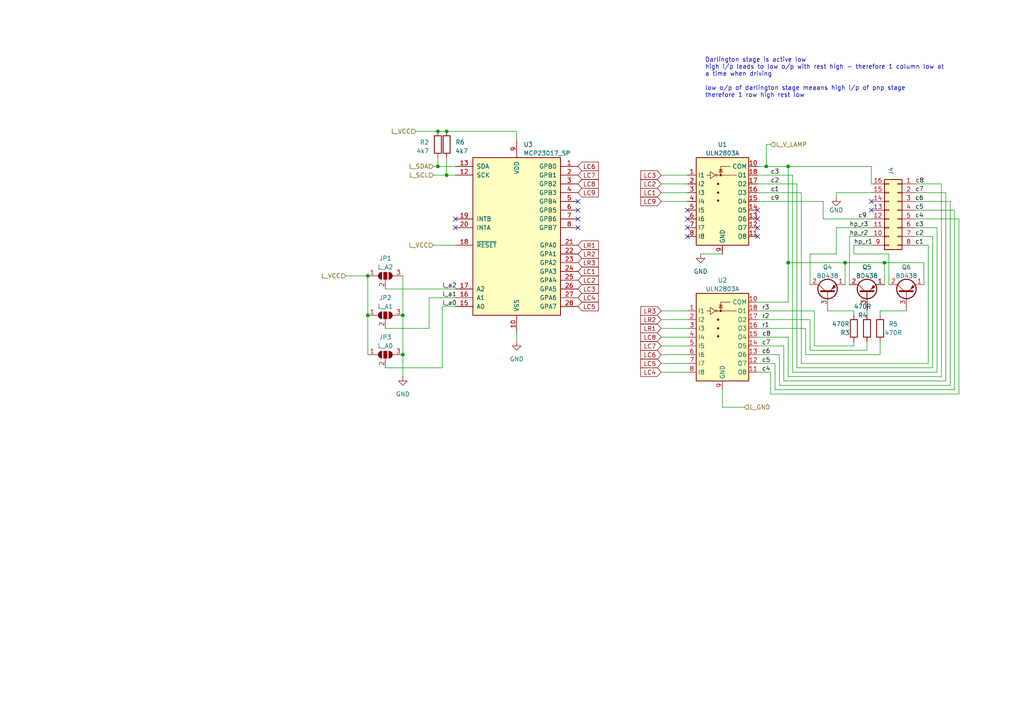
<source format=kicad_sch>
(kicad_sch (version 20230121) (generator eeschema)
  (paper "A4")
  (lib_symbols
    (symbol "Connector_Generic:Conn_02x08_Counter_Clockwise" (pin_names (offset 1.016) hide)
      (property "Reference" "J" (at 1.27 10.16 0))
      (property "Value" "Conn_02x08_Counter_Clockwise" (at 1.27 -12.7 0))
      (symbol "Conn_02x08_Counter_Clockwise_1_1"
        (rectangle (start -1.27 -10.033) (end 0 -10.287) (stroke (width 0.1524)))
        (rectangle (start -1.27 -7.493) (end 0 -7.747) (stroke (width 0.1524)))
        (rectangle (start -1.27 -4.953) (end 0 -5.207) (stroke (width 0.1524)))
        (rectangle (start -1.27 -2.413) (end 0 -2.667) (stroke (width 0.1524)))
        (rectangle (start -1.27 0.127) (end 0 -0.127) (stroke (width 0.1524)))
        (rectangle (start -1.27 2.667) (end 0 2.413) (stroke (width 0.1524)))
        (rectangle (start -1.27 5.207) (end 0 4.953) (stroke (width 0.1524)))
        (rectangle (start -1.27 7.747) (end 0 7.493) (stroke (width 0.1524)))
        (rectangle (start -1.27 8.89) (end 3.81 -11.43) (stroke (width 0.254)) (fill (type background)))
        (rectangle (start 3.81 -10.033) (end 2.54 -10.287) (stroke (width 0.1524)))
        (rectangle (start 3.81 -7.493) (end 2.54 -7.747) (stroke (width 0.1524)))
        (rectangle (start 3.81 -4.953) (end 2.54 -5.207) (stroke (width 0.1524)))
        (rectangle (start 3.81 -2.413) (end 2.54 -2.667) (stroke (width 0.1524)))
        (rectangle (start 3.81 0.127) (end 2.54 -0.127) (stroke (width 0.1524)))
        (rectangle (start 3.81 2.667) (end 2.54 2.413) (stroke (width 0.1524)))
        (rectangle (start 3.81 5.207) (end 2.54 4.953) (stroke (width 0.1524)))
        (rectangle (start 3.81 7.747) (end 2.54 7.493) (stroke (width 0.1524)))
        (pin passive line (at -5.08 7.62 0) (length 3.81) (name "Pin_1") (number "1"))
        (pin passive line (at 7.62 -7.62 180) (length 3.81) (name "Pin_10") (number "10"))
        (pin passive line (at 7.62 -5.08 180) (length 3.81) (name "Pin_11") (number "11"))
        (pin passive line (at 7.62 -2.54 180) (length 3.81) (name "Pin_12") (number "12"))
        (pin passive line (at 7.62 0 180) (length 3.81) (name "Pin_13") (number "13"))
        (pin passive line (at 7.62 2.54 180) (length 3.81) (name "Pin_14") (number "14"))
        (pin passive line (at 7.62 5.08 180) (length 3.81) (name "Pin_15") (number "15"))
        (pin passive line (at 7.62 7.62 180) (length 3.81) (name "Pin_16") (number "16"))
        (pin passive line (at -5.08 5.08 0) (length 3.81) (name "Pin_2") (number "2"))
        (pin passive line (at -5.08 2.54 0) (length 3.81) (name "Pin_3") (number "3"))
        (pin passive line (at -5.08 0 0) (length 3.81) (name "Pin_4") (number "4"))
        (pin passive line (at -5.08 -2.54 0) (length 3.81) (name "Pin_5") (number "5"))
        (pin passive line (at -5.08 -5.08 0) (length 3.81) (name "Pin_6") (number "6"))
        (pin passive line (at -5.08 -7.62 0) (length 3.81) (name "Pin_7") (number "7"))
        (pin passive line (at -5.08 -10.16 0) (length 3.81) (name "Pin_8") (number "8"))
        (pin passive line (at 7.62 -10.16 180) (length 3.81) (name "Pin_9") (number "9"))
      )
    )
    (symbol "Device:R" (pin_numbers hide) (pin_names (offset 0))
      (property "Reference" "R" (at 2.032 0 90))
      (property "Value" "R" (at 0 0 90))
      (symbol "R_0_1"
        (rectangle (start -1.016 -2.54) (end 1.016 2.54) (stroke (width 0.254)))
      )
      (symbol "R_1_1"
        (pin passive line (at 0 3.81 270) (length 1.27) (name "~") (number "1"))
        (pin passive line (at 0 -3.81 90) (length 1.27) (name "~") (number "2"))
      )
    )
    (symbol "Interface_Expansion:MCP23017_SP" (pin_names (offset 1.016))
      (property "Reference" "U" (at -11.43 24.13 0))
      (property "Value" "MCP23017_SP" (at 0 0 0))
      (symbol "MCP23017_SP_0_1"
        (rectangle (start -12.7 22.86) (end 12.7 -22.86) (stroke (width 0.254)) (fill (type background)))
      )
      (symbol "MCP23017_SP_1_1"
        (pin bidirectional line (at 17.78 20.32 180) (length 5.08) (name "GPB0") (number "1"))
        (pin power_in line (at 0 -27.94 90) (length 5.08) (name "VSS") (number "10"))
        (pin no_connect line (at -12.7 15.24 0) (length 5.08) hide (name "NC") (number "11"))
        (pin input line (at -17.78 17.78 0) (length 5.08) (name "SCK") (number "12"))
        (pin bidirectional line (at -17.78 20.32 0) (length 5.08) (name "SDA") (number "13"))
        (pin no_connect line (at -12.7 12.7 0) (length 5.08) hide (name "NC") (number "14"))
        (pin input line (at -17.78 -20.32 0) (length 5.08) (name "A0") (number "15"))
        (pin input line (at -17.78 -17.78 0) (length 5.08) (name "A1") (number "16"))
        (pin input line (at -17.78 -15.24 0) (length 5.08) (name "A2") (number "17"))
        (pin input line (at -17.78 -2.54 0) (length 5.08) (name "~{RESET}") (number "18"))
        (pin tri_state line (at -17.78 5.08 0) (length 5.08) (name "INTB") (number "19"))
        (pin bidirectional line (at 17.78 17.78 180) (length 5.08) (name "GPB1") (number "2"))
        (pin tri_state line (at -17.78 2.54 0) (length 5.08) (name "INTA") (number "20"))
        (pin bidirectional line (at 17.78 -2.54 180) (length 5.08) (name "GPA0") (number "21"))
        (pin bidirectional line (at 17.78 -5.08 180) (length 5.08) (name "GPA1") (number "22"))
        (pin bidirectional line (at 17.78 -7.62 180) (length 5.08) (name "GPA2") (number "23"))
        (pin bidirectional line (at 17.78 -10.16 180) (length 5.08) (name "GPA3") (number "24"))
        (pin bidirectional line (at 17.78 -12.7 180) (length 5.08) (name "GPA4") (number "25"))
        (pin bidirectional line (at 17.78 -15.24 180) (length 5.08) (name "GPA5") (number "26"))
        (pin bidirectional line (at 17.78 -17.78 180) (length 5.08) (name "GPA6") (number "27"))
        (pin bidirectional line (at 17.78 -20.32 180) (length 5.08) (name "GPA7") (number "28"))
        (pin bidirectional line (at 17.78 15.24 180) (length 5.08) (name "GPB2") (number "3"))
        (pin bidirectional line (at 17.78 12.7 180) (length 5.08) (name "GPB3") (number "4"))
        (pin bidirectional line (at 17.78 10.16 180) (length 5.08) (name "GPB4") (number "5"))
        (pin bidirectional line (at 17.78 7.62 180) (length 5.08) (name "GPB5") (number "6"))
        (pin bidirectional line (at 17.78 5.08 180) (length 5.08) (name "GPB6") (number "7"))
        (pin bidirectional line (at 17.78 2.54 180) (length 5.08) (name "GPB7") (number "8"))
        (pin power_in line (at 0 27.94 270) (length 5.08) (name "VDD") (number "9"))
      )
    )
    (symbol "Jumper:SolderJumper_3_Open" (pin_names (offset 0) hide)
      (property "Reference" "JP" (at -2.54 -2.54 0))
      (property "Value" "SolderJumper_3_Open" (at 0 2.794 0))
      (symbol "SolderJumper_3_Open_0_1"
        (arc (start -1.016 1.016) (mid -2.0276 0) (end -1.016 -1.016))
        (arc (start -1.016 1.016) (mid -2.0276 0) (end -1.016 -1.016) (fill (type outline)))
        (rectangle (start -0.508 1.016) (end 0.508 -1.016) (fill (type outline)))
        (polyline (pts (xy -2.54 0) (xy -2.032 0)))
        (polyline (pts (xy -1.016 1.016) (xy -1.016 -1.016)))
        (polyline (pts (xy 0 -1.27) (xy 0 -1.016)))
        (polyline (pts (xy 1.016 1.016) (xy 1.016 -1.016)))
        (polyline (pts (xy 2.54 0) (xy 2.032 0)))
        (arc (start 1.016 -1.016) (mid 2.0276 0) (end 1.016 1.016))
        (arc (start 1.016 -1.016) (mid 2.0276 0) (end 1.016 1.016) (fill (type outline)))
      )
      (symbol "SolderJumper_3_Open_1_1"
        (pin passive line (at -5.08 0 0) (length 2.54) (name "A") (number "1"))
        (pin passive line (at 0 -3.81 90) (length 2.54) (name "C") (number "2"))
        (pin passive line (at 5.08 0 180) (length 2.54) (name "B") (number "3"))
      )
    )
    (symbol "Transistor_Array:ULN2803A"
      (property "Reference" "U" (at 0 13.335 0))
      (property "Value" "ULN2803A" (at 0 11.43 0))
      (symbol "ULN2803A_0_1"
        (rectangle (start -7.62 -15.24) (end 7.62 10.16) (stroke (width 0.254)) (fill (type background)))
        (circle (center -1.778 5.08) (radius 0.254))
        (circle (center -1.27 -2.286) (radius 0.254) (fill (type outline)))
        (circle (center -1.27 0) (radius 0.254) (fill (type outline)))
        (circle (center -1.27 2.54) (radius 0.254) (fill (type outline)))
        (circle (center -0.508 5.08) (radius 0.254) (fill (type outline)))
        (polyline (pts (xy -4.572 5.08) (xy -3.556 5.08)))
        (polyline (pts (xy -1.524 5.08) (xy 4.064 5.08)))
        (polyline (pts (xy 0 6.731) (xy -1.016 6.731)))
        (polyline (pts (xy -0.508 5.08) (xy -0.508 7.62) (xy 2.286 7.62)))
        (polyline (pts (xy -3.556 6.096) (xy -3.556 4.064) (xy -2.032 5.08) (xy -3.556 6.096)))
        (polyline (pts (xy 0 5.969) (xy -1.016 5.969) (xy -0.508 6.731) (xy 0 5.969)))
      )
      (symbol "ULN2803A_1_1"
        (pin input line (at -10.16 5.08 0) (length 2.54) (name "I1") (number "1"))
        (pin passive line (at 10.16 7.62 180) (length 2.54) (name "COM") (number "10"))
        (pin open_collector line (at 10.16 -12.7 180) (length 2.54) (name "O8") (number "11"))
        (pin open_collector line (at 10.16 -10.16 180) (length 2.54) (name "O7") (number "12"))
        (pin open_collector line (at 10.16 -7.62 180) (length 2.54) (name "O6") (number "13"))
        (pin open_collector line (at 10.16 -5.08 180) (length 2.54) (name "O5") (number "14"))
        (pin open_collector line (at 10.16 -2.54 180) (length 2.54) (name "O4") (number "15"))
        (pin open_collector line (at 10.16 0 180) (length 2.54) (name "O3") (number "16"))
        (pin open_collector line (at 10.16 2.54 180) (length 2.54) (name "O2") (number "17"))
        (pin open_collector line (at 10.16 5.08 180) (length 2.54) (name "O1") (number "18"))
        (pin input line (at -10.16 2.54 0) (length 2.54) (name "I2") (number "2"))
        (pin input line (at -10.16 0 0) (length 2.54) (name "I3") (number "3"))
        (pin input line (at -10.16 -2.54 0) (length 2.54) (name "I4") (number "4"))
        (pin input line (at -10.16 -5.08 0) (length 2.54) (name "I5") (number "5"))
        (pin input line (at -10.16 -7.62 0) (length 2.54) (name "I6") (number "6"))
        (pin input line (at -10.16 -10.16 0) (length 2.54) (name "I7") (number "7"))
        (pin input line (at -10.16 -12.7 0) (length 2.54) (name "I8") (number "8"))
        (pin power_in line (at 0 -17.78 90) (length 2.54) (name "GND") (number "9"))
      )
    )
    (symbol "Transistor_BJT:BD438" (pin_names (offset 0) hide)
      (property "Reference" "Q" (at 5.08 1.905 0))
      (property "Value" "BD438" (at 5.08 0 0))
      (symbol "BD438_0_1"
        (polyline (pts (xy 0 0) (xy 0.635 0)))
        (polyline (pts (xy 2.54 -2.54) (xy 0.635 -0.635)))
        (polyline (pts (xy 2.54 2.54) (xy 0.635 0.635)))
        (polyline (pts (xy 0.635 1.905) (xy 0.635 -1.905) (xy 0.635 -1.905)) (stroke (width 0.508)) (fill (type outline)))
        (polyline (pts (xy 2.3114 -1.778) (xy 1.8034 -2.286) (xy 1.27 -1.27) (xy 2.3114 -1.778) (xy 2.3114 -1.778)) (fill (type outline)))
        (circle (center 1.27 0) (radius 2.8194) (stroke (width 0.3048)))
      )
      (symbol "BD438_1_1"
        (pin passive line (at 2.54 -5.08 90) (length 2.54) (name "E") (number "1"))
        (pin passive line (at 2.54 5.08 270) (length 2.54) (name "C") (number "2"))
        (pin input line (at -5.08 0 0) (length 5.08) (name "B") (number "3"))
      )
    )
    (symbol "power:GND" (power) (pin_names (offset 0))
      (property "Value" "GND" (at 0 -3.81 0))
      (symbol "GND_0_1"
        (polyline (pts (xy 0 0) (xy 0 -1.27) (xy 1.27 -1.27) (xy 0 -2.54) (xy -1.27 -1.27) (xy 0 -1.27)))
      )
      (symbol "GND_1_1"
        (pin power_in line (at 0 0 270) (length 0) hide (name "GND") (number "1"))
      )
    )
  )
  (junction (at 106.68 80.01))
  (junction (at 228.6 48.26))
  (junction (at 256.54 76.2))
  (junction (at 116.84 102.87))
  (junction (at 129.54 50.8))
  (junction (at 127 48.26))
  (junction (at 129.54 38.1))
  (junction (at 245.11 76.2))
  (junction (at 116.84 91.44))
  (junction (at 127 38.1))
  (junction (at 228.6 76.2))
  (junction (at 106.68 91.44))
  (junction (at 222.25 48.26))
  (no_connect (at 167.64 60.96))
  (no_connect (at 167.64 63.5))
  (no_connect (at 252.73 58.42))
  (no_connect (at 199.39 66.04))
  (no_connect (at 132.08 63.5))
  (no_connect (at 219.71 66.04))
  (no_connect (at 199.39 68.58))
  (no_connect (at 219.71 60.96))
  (no_connect (at 219.71 63.5))
  (no_connect (at 199.39 60.96))
  (no_connect (at 167.64 58.42))
  (no_connect (at 219.71 68.58))
  (no_connect (at 167.64 66.04))
  (no_connect (at 252.73 60.96))
  (no_connect (at 132.08 66.04))
  (no_connect (at 199.39 63.5))
  (wire (pts (xy 242.57 57.15) (xy 242.57 55.88)))
  (wire (pts (xy 106.68 80.01) (xy 106.68 91.44)))
  (wire (pts (xy 191.77 50.8) (xy 199.39 50.8)))
  (wire (pts (xy 228.6 48.26) (xy 222.25 48.26)))
  (wire (pts (xy 125.73 48.26) (xy 127 48.26)))
  (wire (pts (xy 219.71 90.17) (xy 236.22 90.17)))
  (wire (pts (xy 265.43 58.42) (xy 275.59 58.42)))
  (wire (pts (xy 224.79 105.41) (xy 224.79 113.03)))
  (wire (pts (xy 257.81 73.66) (xy 247.65 73.66)))
  (wire (pts (xy 232.41 55.88) (xy 232.41 105.41)))
  (wire (pts (xy 247.65 90.17) (xy 240.03 90.17)))
  (wire (pts (xy 228.6 97.79) (xy 228.6 109.22)))
  (wire (pts (xy 111.76 106.68) (xy 128.27 106.68)))
  (wire (pts (xy 231.14 106.68) (xy 270.51 106.68)))
  (wire (pts (xy 265.43 63.5) (xy 278.13 63.5)))
  (wire (pts (xy 125.73 71.12) (xy 132.08 71.12)))
  (wire (pts (xy 252.73 48.26) (xy 252.73 53.34)))
  (wire (pts (xy 233.68 95.25) (xy 219.71 95.25)))
  (wire (pts (xy 269.24 71.12) (xy 265.43 71.12)))
  (wire (pts (xy 127 38.1) (xy 129.54 38.1)))
  (wire (pts (xy 224.79 113.03) (xy 276.86 113.03)))
  (wire (pts (xy 251.46 101.6) (xy 234.95 101.6)))
  (wire (pts (xy 191.77 90.17) (xy 199.39 90.17)))
  (wire (pts (xy 247.65 71.12) (xy 252.73 71.12)))
  (wire (pts (xy 124.46 86.36) (xy 124.46 95.25)))
  (wire (pts (xy 219.71 48.26) (xy 222.25 48.26)))
  (wire (pts (xy 219.71 58.42) (xy 238.76 58.42)))
  (wire (pts (xy 116.84 80.01) (xy 116.84 91.44)))
  (wire (pts (xy 255.27 90.17) (xy 255.27 91.44)))
  (wire (pts (xy 228.6 48.26) (xy 252.73 48.26)))
  (wire (pts (xy 227.33 110.49) (xy 274.32 110.49)))
  (wire (pts (xy 245.11 76.2) (xy 245.11 82.55)))
  (wire (pts (xy 127 45.72) (xy 127 48.26)))
  (wire (pts (xy 111.76 95.25) (xy 124.46 95.25)))
  (wire (pts (xy 275.59 111.76) (xy 275.59 58.42)))
  (wire (pts (xy 228.6 76.2) (xy 245.11 76.2)))
  (wire (pts (xy 256.54 82.55) (xy 256.54 76.2)))
  (wire (pts (xy 129.54 45.72) (xy 129.54 50.8)))
  (wire (pts (xy 238.76 63.5) (xy 252.73 63.5)))
  (wire (pts (xy 129.54 50.8) (xy 132.08 50.8)))
  (wire (pts (xy 238.76 63.5) (xy 238.76 58.42)))
  (wire (pts (xy 229.87 107.95) (xy 271.78 107.95)))
  (wire (pts (xy 219.71 100.33) (xy 227.33 100.33)))
  (wire (pts (xy 132.08 86.36) (xy 124.46 86.36)))
  (wire (pts (xy 149.86 38.1) (xy 149.86 40.64)))
  (wire (pts (xy 219.71 92.71) (xy 234.95 92.71)))
  (wire (pts (xy 227.33 100.33) (xy 227.33 110.49)))
  (wire (pts (xy 224.79 105.41) (xy 219.71 105.41)))
  (wire (pts (xy 242.57 66.04) (xy 252.73 66.04)))
  (wire (pts (xy 209.55 73.66) (xy 203.2 73.66)))
  (wire (pts (xy 247.65 73.66) (xy 247.65 71.12)))
  (wire (pts (xy 223.52 107.95) (xy 219.71 107.95)))
  (wire (pts (xy 219.71 50.8) (xy 229.87 50.8)))
  (wire (pts (xy 278.13 114.3) (xy 278.13 63.5)))
  (wire (pts (xy 100.33 80.01) (xy 106.68 80.01)))
  (wire (pts (xy 215.9 118.11) (xy 209.55 118.11)))
  (wire (pts (xy 228.6 48.26) (xy 228.6 76.2)))
  (wire (pts (xy 226.06 102.87) (xy 219.71 102.87)))
  (wire (pts (xy 236.22 90.17) (xy 236.22 100.33)))
  (wire (pts (xy 228.6 87.63) (xy 219.71 87.63)))
  (wire (pts (xy 222.25 41.91) (xy 223.52 41.91)))
  (wire (pts (xy 191.77 53.34) (xy 199.39 53.34)))
  (wire (pts (xy 245.11 76.2) (xy 256.54 76.2)))
  (wire (pts (xy 246.38 68.58) (xy 246.38 82.55)))
  (wire (pts (xy 222.25 48.26) (xy 222.25 41.91)))
  (wire (pts (xy 191.77 102.87) (xy 199.39 102.87)))
  (wire (pts (xy 267.97 82.55) (xy 267.97 76.2)))
  (wire (pts (xy 265.43 66.04) (xy 271.78 66.04)))
  (wire (pts (xy 242.57 73.66) (xy 242.57 66.04)))
  (wire (pts (xy 132.08 88.9) (xy 128.27 88.9)))
  (wire (pts (xy 246.38 68.58) (xy 252.73 68.58)))
  (wire (pts (xy 191.77 105.41) (xy 199.39 105.41)))
  (wire (pts (xy 226.06 102.87) (xy 226.06 111.76)))
  (wire (pts (xy 255.27 90.17) (xy 262.89 90.17)))
  (wire (pts (xy 229.87 50.8) (xy 229.87 107.95)))
  (wire (pts (xy 191.77 55.88) (xy 199.39 55.88)))
  (wire (pts (xy 232.41 105.41) (xy 269.24 105.41)))
  (wire (pts (xy 270.51 106.68) (xy 270.51 68.58)))
  (wire (pts (xy 191.77 92.71) (xy 199.39 92.71)))
  (wire (pts (xy 234.95 101.6) (xy 234.95 92.71)))
  (wire (pts (xy 228.6 109.22) (xy 273.05 109.22)))
  (wire (pts (xy 276.86 113.03) (xy 276.86 60.96)))
  (wire (pts (xy 257.81 73.66) (xy 257.81 82.55)))
  (wire (pts (xy 219.71 53.34) (xy 231.14 53.34)))
  (wire (pts (xy 191.77 97.79) (xy 199.39 97.79)))
  (wire (pts (xy 116.84 91.44) (xy 116.84 102.87)))
  (wire (pts (xy 111.76 83.82) (xy 132.08 83.82)))
  (wire (pts (xy 191.77 100.33) (xy 199.39 100.33)))
  (wire (pts (xy 128.27 88.9) (xy 128.27 106.68)))
  (wire (pts (xy 125.73 50.8) (xy 129.54 50.8)))
  (wire (pts (xy 265.43 55.88) (xy 274.32 55.88)))
  (wire (pts (xy 219.71 55.88) (xy 232.41 55.88)))
  (wire (pts (xy 234.95 82.55) (xy 234.95 73.66)))
  (wire (pts (xy 247.65 90.17) (xy 247.65 91.44)))
  (wire (pts (xy 209.55 118.11) (xy 209.55 113.03)))
  (wire (pts (xy 233.68 102.87) (xy 255.27 102.87)))
  (wire (pts (xy 233.68 95.25) (xy 233.68 102.87)))
  (wire (pts (xy 149.86 96.52) (xy 149.86 99.06)))
  (wire (pts (xy 273.05 109.22) (xy 273.05 53.34)))
  (wire (pts (xy 242.57 55.88) (xy 252.73 55.88)))
  (wire (pts (xy 256.54 76.2) (xy 267.97 76.2)))
  (wire (pts (xy 223.52 107.95) (xy 223.52 114.3)))
  (wire (pts (xy 120.65 38.1) (xy 127 38.1)))
  (wire (pts (xy 191.77 58.42) (xy 199.39 58.42)))
  (wire (pts (xy 269.24 105.41) (xy 269.24 71.12)))
  (wire (pts (xy 116.84 102.87) (xy 116.84 109.22)))
  (wire (pts (xy 106.68 91.44) (xy 106.68 102.87)))
  (wire (pts (xy 191.77 107.95) (xy 199.39 107.95)))
  (wire (pts (xy 274.32 110.49) (xy 274.32 55.88)))
  (wire (pts (xy 247.65 100.33) (xy 247.65 99.06)))
  (wire (pts (xy 236.22 100.33) (xy 247.65 100.33)))
  (wire (pts (xy 265.43 60.96) (xy 276.86 60.96)))
  (wire (pts (xy 251.46 99.06) (xy 251.46 101.6)))
  (wire (pts (xy 234.95 73.66) (xy 242.57 73.66)))
  (wire (pts (xy 127 48.26) (xy 132.08 48.26)))
  (wire (pts (xy 226.06 111.76) (xy 275.59 111.76)))
  (wire (pts (xy 129.54 38.1) (xy 149.86 38.1)))
  (wire (pts (xy 219.71 97.79) (xy 228.6 97.79)))
  (wire (pts (xy 231.14 53.34) (xy 231.14 106.68)))
  (wire (pts (xy 191.77 95.25) (xy 199.39 95.25)))
  (wire (pts (xy 265.43 68.58) (xy 270.51 68.58)))
  (wire (pts (xy 255.27 102.87) (xy 255.27 99.06)))
  (wire (pts (xy 223.52 114.3) (xy 278.13 114.3)))
  (wire (pts (xy 228.6 76.2) (xy 228.6 87.63)))
  (wire (pts (xy 271.78 107.95) (xy 271.78 66.04)))
  (wire (pts (xy 265.43 53.34) (xy 273.05 53.34)))
  (wire (pts (xy 251.46 91.44) (xy 251.46 90.17)))
  (text "Darlington stage is active low\nhigh i/p leads to low o/p with rest high - therefore 1 column low at \na time when driving \n\nlow o/p of darlington stage meaans high i/p of pnp stage\ntherefore 1 row high rest low\n\n" (at 204.47 30.48 0) (effects (font (size 1.27 1.27)) (justify left bottom)))
  (label "l_a2" (at 128.27 83.82 0))
  (label "hp_r3" (at 246.38 66.04 0))
  (label "c7" (at 265.43 55.88 0))
  (label "l_a0" (at 128.27 88.9 0))
  (label "c4" (at 265.43 63.5 0))
  (label "hp_r2" (at 246.38 68.58 0))
  (label "c9" (at 223.52 58.42 0))
  (label "c3" (at 265.43 66.04 0))
  (label "c6" (at 265.43 58.42 0))
  (label "c2" (at 265.43 68.58 0))
  (label "c3" (at 223.52 50.8 0))
  (label "r1" (at 220.98 95.25 0))
  (label "r3" (at 220.98 90.17 0))
  (label "c5" (at 265.43 60.96 0))
  (label "c1" (at 265.43 71.12 0))
  (label "c8" (at 221.0868 97.79 0))
  (label "c8" (at 265.5368 53.34 0))
  (label "c5" (at 220.98 105.41 0))
  (label "l_a1" (at 128.27 86.36 0))
  (label "hp_r1" (at 247.65 71.12 0))
  (label "c4" (at 220.98 107.95 0))
  (label "c6" (at 220.98 102.87 0))
  (label "c9" (at 248.92 63.5 0))
  (label "c1" (at 223.52 55.88 0))
  (label "c7" (at 220.98 100.33 0))
  (label "c2" (at 223.52 53.34 0))
  (label "r2" (at 220.98 92.71 0))
  (global_label "LC2" (shape input) (at 191.77 53.34 180) (property "Intersheetrefs" "${INTERSHEET_REFS}" (effects hide)))
  (global_label "LR3" (shape input) (at 167.64 76.2 0) (property "Intersheetrefs" "${INTERSHEET_REFS}" (effects hide)))
  (global_label "LC9" (shape input) (at 191.77 58.42 180) (property "Intersheetrefs" "${INTERSHEET_REFS}" (effects hide)))
  (global_label "LR2" (shape input) (at 191.77 92.71 180) (property "Intersheetrefs" "${INTERSHEET_REFS}" (effects hide)))
  (global_label "LR1" (shape input) (at 191.77 95.25 180) (property "Intersheetrefs" "${INTERSHEET_REFS}" (effects hide)))
  (global_label "LC1" (shape input) (at 167.64 78.74 0) (property "Intersheetrefs" "${INTERSHEET_REFS}" (effects hide)))
  (global_label "LC7" (shape input) (at 191.77 100.33 180) (property "Intersheetrefs" "${INTERSHEET_REFS}" (effects hide)))
  (global_label "LC6" (shape input) (at 167.64 48.26 0) (property "Intersheetrefs" "${INTERSHEET_REFS}" (effects hide)))
  (global_label "LC3" (shape input) (at 191.77 50.8 180) (property "Intersheetrefs" "${INTERSHEET_REFS}" (effects hide)))
  (global_label "LC1" (shape input) (at 191.77 55.88 180) (property "Intersheetrefs" "${INTERSHEET_REFS}" (effects hide)))
  (global_label "LC8" (shape input) (at 191.77 97.79 180) (property "Intersheetrefs" "${INTERSHEET_REFS}" (effects hide)))
  (global_label "LC4" (shape input) (at 191.77 107.95 180) (property "Intersheetrefs" "${INTERSHEET_REFS}" (effects hide)))
  (global_label "LC7" (shape input) (at 167.64 50.8 0) (property "Intersheetrefs" "${INTERSHEET_REFS}" (effects hide)))
  (global_label "LC9" (shape input) (at 167.64 55.88 0) (property "Intersheetrefs" "${INTERSHEET_REFS}" (effects hide)))
  (global_label "LC6" (shape input) (at 191.77 102.87 180) (property "Intersheetrefs" "${INTERSHEET_REFS}" (effects hide)))
  (global_label "LR2" (shape input) (at 167.64 73.66 0) (property "Intersheetrefs" "${INTERSHEET_REFS}" (effects hide)))
  (global_label "LC8" (shape input) (at 167.64 53.34 0) (property "Intersheetrefs" "${INTERSHEET_REFS}" (effects hide)))
  (global_label "LC2" (shape input) (at 167.64 81.28 0) (property "Intersheetrefs" "${INTERSHEET_REFS}" (effects hide)))
  (global_label "LC3" (shape input) (at 167.64 83.82 0) (property "Intersheetrefs" "${INTERSHEET_REFS}" (effects hide)))
  (global_label "LR1" (shape input) (at 167.64 71.12 0) (property "Intersheetrefs" "${INTERSHEET_REFS}" (effects hide)))
  (global_label "LC5" (shape input) (at 191.77 105.41 180) (property "Intersheetrefs" "${INTERSHEET_REFS}" (effects hide)))
  (global_label "LC5" (shape input) (at 167.64 88.9 0) (property "Intersheetrefs" "${INTERSHEET_REFS}" (effects hide)))
  (global_label "LR3" (shape input) (at 191.77 90.17 180) (property "Intersheetrefs" "${INTERSHEET_REFS}" (effects hide)))
  (global_label "LC4" (shape input) (at 167.64 86.36 0) (property "Intersheetrefs" "${INTERSHEET_REFS}" (effects hide)))
  (hierarchical_label "L_VCC" (shape input) (at 125.73 71.12 180))
  (hierarchical_label "L_GND" (shape input) (at 215.9 118.11 0))
  (hierarchical_label "L_VCC" (shape input) (at 100.33 80.01 180))
  (hierarchical_label "L_VCC" (shape input) (at 120.65 38.1 180))
  (hierarchical_label "L_SCL" (shape input) (at 125.73 50.8 180))
  (hierarchical_label "L_SDA" (shape input) (at 125.73 48.26 180))
  (hierarchical_label "L_V_LAMP" (shape input) (at 223.52 41.91 0))
  (symbol (lib_id "Transistor_BJT:BD438") (at 262.89 85.09 90) (unit 1)
    (property "Reference" "Q6" (at 262.89 77.47 90))
    (property "Value" "BD438" (at 262.89 80.01 90))
    (property "Footprint" "Package_TO_SOT_THT:TO-126-3_Vertical" (effects hide))
    (property "Datasheet" "http://www.cdil.com/datasheets/bd433_42.pdf" (effects hide))
    (instances (project "cont_board" (path "" (reference "Q6") (unit 1)) (path "" (reference "Q3") (unit 1))))
  )
  (symbol (lib_id "Device:R") (at 251.46 95.25 0) (unit 1)
    (property "Reference" "R4" (at 250.19 91.44 0))
    (property "Value" "470R" (at 250.19 88.9 0))
    (property "Footprint" "Resistor_THT:R_Axial_DIN0309_L9.0mm_D3.2mm_P12.70mm_Horizontal" (effects hide))
    (instances (project "cont_board" (path "" (reference "R4") (unit 1)) (path "" (reference "R9") (unit 1))))
  )
  (symbol (lib_id "power:GND") (at 116.84 109.22 0) (unit 1)
    (property "Reference" "#PWR011" (effects hide))
    (property "Value" "GND" (at 116.84 114.3 0))
    (instances (project "cont_board" (path "" (reference "#PWR011") (unit 1)) (path "" (reference "#PWR013") (unit 1))))
  )
  (symbol (lib_id "Device:R") (at 129.54 41.91 0) (mirror y) (unit 1)
    (property "Reference" "R6" (at 132.08 41.275 0) (effects (justify right)))
    (property "Value" "4k7" (at 132.08 43.815 0) (effects (justify right)))
    (property "Footprint" "Resistor_THT:R_Axial_DIN0207_L6.3mm_D2.5mm_P10.16mm_Horizontal" (effects hide))
    (instances (project "cont_board" (path "" (reference "R6") (unit 1)) (path "" (reference "R7") (unit 1))))
  )
  (symbol (lib_id "Jumper:SolderJumper_3_Open") (at 111.76 91.44 0) (unit 1)
    (property "Reference" "JP2" (at 111.76 86.36 0))
    (property "Value" "L_A1" (at 111.76 88.9 0))
    (property "Footprint" "Jumper:SolderJumper-3_P1.3mm_Open_RoundedPad1.0x1.5mm_NumberLabels" (effects hide))
    (instances (project "cont_board" (path "" (reference "JP2") (unit 1)) (path "" (reference "JP5") (unit 1))))
  )
  (symbol (lib_id "power:GND") (at 242.57 57.15 0) (unit 1)
    (property "Reference" "#PWR03" (effects hide))
    (property "Value" "GND" (at 242.57 60.96 0))
    (instances (project "cont_board" (path "" (reference "#PWR03") (unit 1)) (path "" (reference "#PWR010") (unit 1))))
  )
  (symbol (lib_id "Device:R") (at 247.65 95.25 180) (unit 1)
    (property "Reference" "R3" (at 245.11 96.52 0))
    (property "Value" "470R" (at 243.84 93.98 0))
    (property "Footprint" "Resistor_THT:R_Axial_DIN0309_L9.0mm_D3.2mm_P12.70mm_Horizontal" (effects hide))
    (instances (project "cont_board" (path "" (reference "R3") (unit 1)) (path "" (reference "R8") (unit 1))))
  )
  (symbol (lib_id "Transistor_BJT:BD438") (at 240.03 85.09 90) (unit 1)
    (property "Reference" "Q4" (at 240.03 77.47 90))
    (property "Value" "BD438" (at 240.03 80.01 90))
    (property "Footprint" "Package_TO_SOT_THT:TO-126-3_Vertical" (effects hide))
    (property "Datasheet" "http://www.cdil.com/datasheets/bd433_42.pdf" (effects hide))
    (instances (project "cont_board" (path "" (reference "Q4") (unit 1)) (path "" (reference "Q1") (unit 1))))
  )
  (symbol (lib_id "Connector_Generic:Conn_02x08_Counter_Clockwise") (at 260.35 60.96 0) (mirror y) (unit 1)
    (property "Reference" "J4" (at 258.445 50.8 90) (effects (justify left)))
    (property "Value" "Conn_02x08_Counter_Clockwise" (effects hide))
    (property "Footprint" "user_global_footprints:PinHeader_2x08_P2.54mm_Vertical_VNUM" (effects hide))
    (instances (project "cont_board" (path "" (reference "J4") (unit 1)) (path "" (reference "PL3") (unit 1))))
  )
  (symbol (lib_id "power:GND") (at 149.86 99.06 0) (unit 1)
    (property "Reference" "#PWR010" (effects hide))
    (property "Value" "GND" (at 149.86 104.14 0))
    (instances (project "cont_board" (path "" (reference "#PWR010") (unit 1)) (path "" (reference "#PWR012") (unit 1))))
  )
  (symbol (lib_id "Transistor_BJT:BD438") (at 251.46 85.09 90) (unit 1)
    (property "Reference" "Q5" (at 251.46 77.47 90))
    (property "Value" "BD438" (at 251.46 80.01 90))
    (property "Footprint" "Package_TO_SOT_THT:TO-126-3_Vertical" (effects hide))
    (property "Datasheet" "http://www.cdil.com/datasheets/bd433_42.pdf" (effects hide))
    (instances (project "cont_board" (path "" (reference "Q5") (unit 1)) (path "" (reference "Q2") (unit 1))))
  )
  (symbol (lib_id "Jumper:SolderJumper_3_Open") (at 111.76 80.01 0) (unit 1)
    (property "Reference" "JP1" (at 111.76 74.93 0))
    (property "Value" "L_A2" (at 111.76 77.47 0))
    (property "Footprint" "Jumper:SolderJumper-3_P1.3mm_Open_RoundedPad1.0x1.5mm_NumberLabels" (effects hide))
    (instances (project "cont_board" (path "" (reference "JP1") (unit 1)) (path "" (reference "JP4") (unit 1))))
  )
  (symbol (lib_id "Transistor_Array:ULN2803A") (at 209.55 95.25 0) (unit 1)
    (property "Reference" "U2" (at 209.55 81.28 0))
    (property "Value" "ULN2803A" (at 209.55 83.82 0))
    (property "Footprint" "Package_DIP:DIP-18_W7.62mm_LongPads" (effects hide))
    (property "Datasheet" "http://www.ti.com/lit/ds/symlink/uln2803a.pdf" (effects hide))
    (instances (project "cont_board" (path "" (reference "U2") (unit 1)) (path "" (reference "U5") (unit 1))))
  )
  (symbol (lib_id "Device:R") (at 255.27 95.25 180) (unit 1)
    (property "Reference" "R5" (at 259.08 93.98 0))
    (property "Value" "470R" (at 259.08 96.52 0))
    (property "Footprint" "Resistor_THT:R_Axial_DIN0309_L9.0mm_D3.2mm_P12.70mm_Horizontal" (effects hide))
    (instances (project "cont_board" (path "" (reference "R5") (unit 1)) (path "" (reference "R10") (unit 1))))
  )
  (symbol (lib_id "Jumper:SolderJumper_3_Open") (at 111.76 102.87 0) (unit 1)
    (property "Reference" "JP3" (at 111.76 97.79 0))
    (property "Value" "L_A0" (at 111.76 100.33 0))
    (property "Footprint" "Jumper:SolderJumper-3_P1.3mm_Open_RoundedPad1.0x1.5mm_NumberLabels" (effects hide))
    (instances (project "cont_board" (path "" (reference "JP3") (unit 1)) (path "" (reference "JP6") (unit 1))))
  )
  (symbol (lib_id "power:GND") (at 203.2 73.66 0) (unit 1)
    (property "Reference" "#PWR01" (effects hide))
    (property "Value" "GND" (at 203.2 78.74 0))
    (instances (project "cont_board" (path "" (reference "#PWR01") (unit 1)) (path "" (reference "#PWR011") (unit 1))))
  )
  (symbol (lib_id "Interface_Expansion:MCP23017_SP") (at 149.86 68.58 0) (unit 1)
    (property "Reference" "U3" (at 151.8159 41.91 0) (effects (justify left)))
    (property "Value" "MCP23017_SP" (at 151.8159 44.45 0) (effects (justify left)))
    (property "Footprint" "Package_DIP:DIP-28_W7.62mm" (effects hide))
    (property "Datasheet" "http://ww1.microchip.com/downloads/en/DeviceDoc/20001952C.pdf" (effects hide))
    (instances (project "cont_board" (path "" (reference "U3") (unit 1)) (path "" (reference "U4") (unit 1))))
  )
  (symbol (lib_id "Device:R") (at 127 41.91 0) (unit 1)
    (property "Reference" "R2" (at 124.46 41.275 0) (effects (justify right)))
    (property "Value" "4k7" (at 124.46 43.815 0) (effects (justify right)))
    (property "Footprint" "Resistor_THT:R_Axial_DIN0207_L6.3mm_D2.5mm_P10.16mm_Horizontal" (effects hide))
    (instances (project "cont_board" (path "" (reference "R2") (unit 1)) (path "" (reference "R6") (unit 1))))
  )
  (symbol (lib_id "Transistor_Array:ULN2803A") (at 209.55 55.88 0) (unit 1)
    (property "Reference" "U1" (at 209.55 41.91 0))
    (property "Value" "ULN2803A" (at 209.55 44.45 0))
    (property "Footprint" "Package_DIP:DIP-18_W7.62mm_LongPads" (effects hide))
    (property "Datasheet" "http://www.ti.com/lit/ds/symlink/uln2803a.pdf" (effects hide))
    (instances (project "cont_board" (path "" (reference "U1") (unit 1)) (path "" (reference "U3") (unit 1))))
  )
)
</source>
